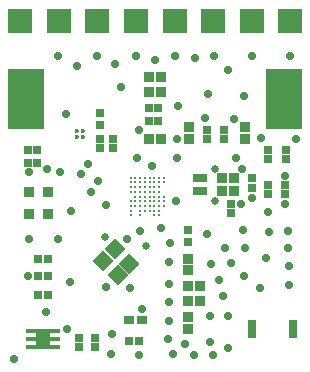
<source format=gts>
G04 Layer_Color=8388736*
%FSLAX24Y24*%
%MOIN*%
G70*
G01*
G75*
%ADD35C,0.0083*%
%ADD46C,0.0142*%
%ADD47R,0.0343X0.0343*%
%ADD48R,0.0316X0.0316*%
%ADD49R,0.0315X0.0614*%
%ADD50R,0.0343X0.0343*%
%ADD51R,0.1241X0.2029*%
%ADD52R,0.0847X0.0847*%
%ADD53R,0.0351X0.0347*%
%ADD54R,0.0347X0.0351*%
%ADD55R,0.0336X0.0257*%
%ADD56R,0.0472X0.0276*%
G04:AMPARAMS|DCode=57|XSize=51.2mil|YSize=47.2mil|CornerRadius=0mil|HoleSize=0mil|Usage=FLASHONLY|Rotation=135.000|XOffset=0mil|YOffset=0mil|HoleType=Round|Shape=Rectangle|*
%AMROTATEDRECTD57*
4,1,4,0.0348,-0.0014,0.0014,-0.0348,-0.0348,0.0014,-0.0014,0.0348,0.0348,-0.0014,0.0*
%
%ADD57ROTATEDRECTD57*%

%ADD58R,0.0375X0.0375*%
%ADD59R,0.0454X0.0690*%
%ADD60R,0.0336X0.0178*%
%ADD61R,0.0277X0.0277*%
%ADD62R,0.0277X0.0277*%
%ADD63R,0.0265X0.0280*%
%ADD64R,0.0280X0.0265*%
%ADD65C,0.0257*%
%ADD66C,0.0280*%
D35*
X4503Y5190D02*
D03*
X4660D02*
D03*
X5132Y5820D02*
D03*
X4660Y6135D02*
D03*
X4817D02*
D03*
X4975D02*
D03*
X4660Y6292D02*
D03*
X4188D02*
D03*
X4345D02*
D03*
X4503D02*
D03*
X4817D02*
D03*
X4975D02*
D03*
X5132D02*
D03*
X5290D02*
D03*
X4188Y6135D02*
D03*
X4345D02*
D03*
X4503D02*
D03*
X5132D02*
D03*
X5290D02*
D03*
X4188Y5977D02*
D03*
X4345D02*
D03*
X4503D02*
D03*
X4660D02*
D03*
X4817D02*
D03*
X4975D02*
D03*
X5132D02*
D03*
X4188Y5820D02*
D03*
X4345D02*
D03*
X4503D02*
D03*
X4660D02*
D03*
X4817D02*
D03*
X4975D02*
D03*
X4345Y5663D02*
D03*
X4503D02*
D03*
X4660D02*
D03*
X4817D02*
D03*
X4975D02*
D03*
X5132D02*
D03*
X5290D02*
D03*
X4188Y5505D02*
D03*
X4345D02*
D03*
X4503D02*
D03*
X4660D02*
D03*
X4817D02*
D03*
X4975D02*
D03*
X5132D02*
D03*
X5290D02*
D03*
X4188Y5348D02*
D03*
X4345D02*
D03*
X4503D02*
D03*
X4660D02*
D03*
X4817D02*
D03*
X4975D02*
D03*
X5132D02*
D03*
X5290D02*
D03*
X4188Y5190D02*
D03*
X4817D02*
D03*
X4975D02*
D03*
X5132D02*
D03*
X4188Y5033D02*
D03*
X4503D02*
D03*
X4975D02*
D03*
X5132D02*
D03*
D46*
X2392Y7642D02*
D03*
Y7838D02*
D03*
X2588Y7642D02*
D03*
Y7838D02*
D03*
D47*
X7240Y5860D02*
D03*
X7634D02*
D03*
X7233Y6280D02*
D03*
X7627D02*
D03*
X6093Y2170D02*
D03*
X6487D02*
D03*
X4803Y9140D02*
D03*
X5197D02*
D03*
X4803Y9650D02*
D03*
X5197D02*
D03*
D48*
X3180Y8040D02*
D03*
Y8434D02*
D03*
X6100Y4143D02*
D03*
Y4537D02*
D03*
D49*
X9581Y1250D02*
D03*
X8240D02*
D03*
D50*
X6097Y3595D02*
D03*
Y3201D02*
D03*
X6140Y7590D02*
D03*
Y7984D02*
D03*
X7990Y7590D02*
D03*
Y7984D02*
D03*
D51*
X700Y8910D02*
D03*
X9300Y8920D02*
D03*
D52*
X8223Y11500D02*
D03*
X4361D02*
D03*
X6936D02*
D03*
X5649D02*
D03*
X1787D02*
D03*
X500D02*
D03*
X9500D02*
D03*
X3074D02*
D03*
D53*
X6097Y1654D02*
D03*
Y1248D02*
D03*
D54*
X6503Y2670D02*
D03*
X6097D02*
D03*
X5200Y7590D02*
D03*
X4795D02*
D03*
D55*
X4560Y1540D02*
D03*
X4143D02*
D03*
D56*
X6499Y5859D02*
D03*
Y6293D02*
D03*
D57*
X4143Y3427D02*
D03*
X3670Y3900D02*
D03*
X3280Y3510D02*
D03*
X3754Y3037D02*
D03*
D58*
X1415Y5066D02*
D03*
Y5814D02*
D03*
X785D02*
D03*
Y5066D02*
D03*
D59*
X1260Y920D02*
D03*
D60*
X1673Y664D02*
D03*
Y920D02*
D03*
Y1176D02*
D03*
X847Y664D02*
D03*
Y920D02*
D03*
Y1176D02*
D03*
D61*
X8230Y6277D02*
D03*
Y5963D02*
D03*
X9380Y6910D02*
D03*
Y7225D02*
D03*
X8770D02*
D03*
Y6910D02*
D03*
D62*
X1105Y3590D02*
D03*
X1420D02*
D03*
X1417Y3000D02*
D03*
X1103D02*
D03*
X1417Y2390D02*
D03*
X1103D02*
D03*
X4143Y860D02*
D03*
X4458D02*
D03*
D63*
X3610Y7281D02*
D03*
Y7580D02*
D03*
X7540Y5430D02*
D03*
Y5130D02*
D03*
X3180Y7281D02*
D03*
Y7580D02*
D03*
X7290Y7889D02*
D03*
Y7590D02*
D03*
X6720Y7889D02*
D03*
Y7590D02*
D03*
X9340Y5740D02*
D03*
Y6040D02*
D03*
X3000Y640D02*
D03*
Y940D02*
D03*
X2480Y640D02*
D03*
Y940D02*
D03*
X8750Y5740D02*
D03*
Y6040D02*
D03*
D64*
X780Y6790D02*
D03*
X1080D02*
D03*
X780Y7220D02*
D03*
X1080D02*
D03*
X5099Y8180D02*
D03*
X4800D02*
D03*
X5099Y8600D02*
D03*
X4800D02*
D03*
D65*
X6990Y6580D02*
D03*
Y5510D02*
D03*
X4703Y4003D02*
D03*
X3320Y4300D02*
D03*
D66*
X4450Y7870D02*
D03*
X2160Y2810D02*
D03*
X3560Y1080D02*
D03*
X3530Y400D02*
D03*
X310Y250D02*
D03*
X9690Y7580D02*
D03*
X7900Y6579D02*
D03*
X760Y3000D02*
D03*
X4060Y4240D02*
D03*
X3360Y2640D02*
D03*
X4170Y2630D02*
D03*
X2870Y5830D02*
D03*
X2760Y6740D02*
D03*
X3100Y6170D02*
D03*
X1410Y6580D02*
D03*
X5720Y7590D02*
D03*
Y6950D02*
D03*
X4890Y6690D02*
D03*
X4400Y6950D02*
D03*
X5708Y5505D02*
D03*
X8530Y7630D02*
D03*
X9340Y6340D02*
D03*
X7880Y5430D02*
D03*
X6720Y4400D02*
D03*
X4480Y390D02*
D03*
X7440Y620D02*
D03*
X6820Y830D02*
D03*
X7270Y2340D02*
D03*
X7950Y3000D02*
D03*
X9450Y3360D02*
D03*
X8490Y2620D02*
D03*
X9420Y3940D02*
D03*
X9460Y2730D02*
D03*
X8710Y3620D02*
D03*
X9430Y4500D02*
D03*
X8800Y4470D02*
D03*
X7930Y4540D02*
D03*
X7330Y3960D02*
D03*
X6860Y3400D02*
D03*
X7530Y3450D02*
D03*
X8000Y3950D02*
D03*
X7140Y2890D02*
D03*
X7420Y1680D02*
D03*
X6820Y1670D02*
D03*
X5450Y1510D02*
D03*
X5490Y4130D02*
D03*
X5470Y3480D02*
D03*
X5480Y2750D02*
D03*
Y2140D02*
D03*
X5440Y910D02*
D03*
X5988Y754D02*
D03*
X6300Y370D02*
D03*
X6930D02*
D03*
X8750Y5150D02*
D03*
X5210Y4610D02*
D03*
X790Y4260D02*
D03*
X1750Y4250D02*
D03*
X2080Y1240D02*
D03*
X1830Y6470D02*
D03*
X2020Y8400D02*
D03*
X2400Y10030D02*
D03*
X3870Y9330D02*
D03*
X3650Y10070D02*
D03*
X5010Y10230D02*
D03*
X6320Y10290D02*
D03*
X7420Y9880D02*
D03*
X5780Y8690D02*
D03*
X6770Y9070D02*
D03*
X7970Y9020D02*
D03*
X6650Y8290D02*
D03*
X7620Y8250D02*
D03*
X9340Y5420D02*
D03*
X790Y6480D02*
D03*
X4560Y1913D02*
D03*
X9500Y10350D02*
D03*
X8230D02*
D03*
X6950D02*
D03*
X5650D02*
D03*
X4360D02*
D03*
X3070D02*
D03*
X1770D02*
D03*
X2210Y5180D02*
D03*
X5588Y416D02*
D03*
X1370Y1800D02*
D03*
X3360Y5380D02*
D03*
X2520Y6430D02*
D03*
X4503Y4523D02*
D03*
X8230Y5600D02*
D03*
X7700Y6940D02*
D03*
M02*

</source>
